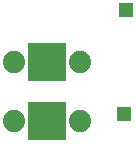
<source format=gts>
G75*
%MOIN*%
%OFA0B0*%
%FSLAX25Y25*%
%IPPOS*%
%LPD*%
%AMOC8*
5,1,8,0,0,1.08239X$1,22.5*
%
%ADD10R,0.12880X0.12880*%
%ADD11C,0.07428*%
%ADD12R,0.04600X0.04600*%
D10*
X0017063Y0015252D03*
X0017063Y0034937D03*
D11*
X0006177Y0015252D03*
X0006177Y0034937D03*
X0027949Y0034937D03*
X0027949Y0015252D03*
D12*
X0042614Y0017575D03*
X0043283Y0052181D03*
M02*

</source>
